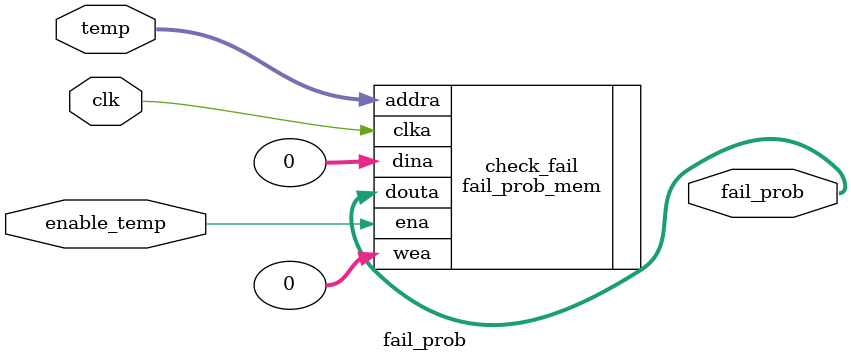
<source format=v>
`timescale 1ns / 100ps

module fail_prob (
	input clk,
	input [6:0] temp,
	input enable_temp,
	output wire [6:0] fail_prob
	);


fail_prob_mem check_fail (
  .clka(clk),    // input wire clka
  .ena(enable_temp),      // input wire ena
  .wea(0),      // input wire [0 : 0] wea
  .addra(temp),  // input wire [6 : 0] addra
  .dina(0),    // input wire [6 : 0] dina
  .douta(fail_prob)  // output wire [6 : 0] douta
);

endmodule

</source>
